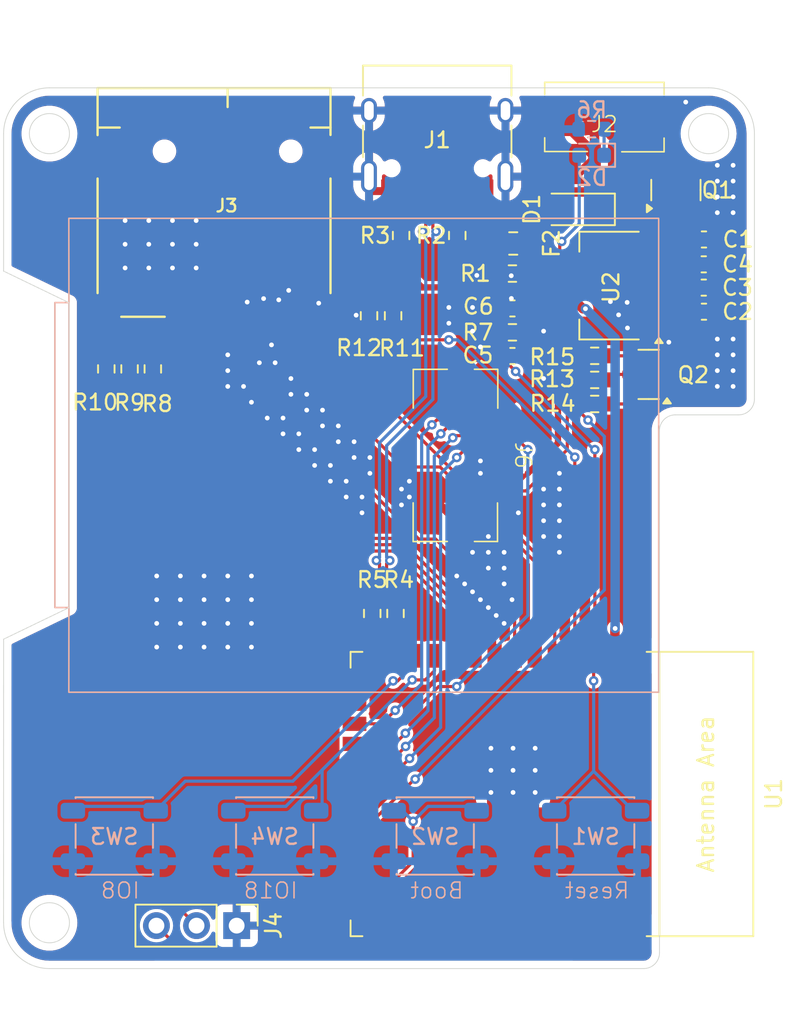
<source format=kicad_pcb>
(kicad_pcb (version 20240108) (generator "pcbnew") (generator_version "8.0")
  (layers (0 "F.Cu" signal) (31 "B.Cu" signal) (34 "B.Paste" user) (35 "F.Paste" user) (36 "B.SilkS" user "B.Silkscreen") (37 "F.SilkS" user "F.Silkscreen") (38 "B.Mask" user) (39 "F.Mask" user) (44 "Edge.Cuts" user))
  (net 0 "")
  (net 1 "/VCC_5V")
  (net 2 "Net-(D1-A)")
  (net 3 "/VBAT")
  (net 4 "GND")
  (net 5 "Net-(D2-K)")
  (net 6 "/CHIP_UP")
  (net 7 "/3V3")
  (net 8 "/VBUS")
  (net 9 "/SDHOST_DAT2")
  (net 11 "/SDHOST_DAT1")
  (net 12 "/GPIO45_S")
  (net 13 "/SDHOST_CLK")
  (net 14 "/GPIO48")
  (net 15 "/USB_P")
  (net 16 "/SDHOST_CMD")
  (net 17 "Net-(J1-CC2)")
  (net 18 "/USB_N")
  (net 19 "/SDHOST_DAT3")
  (net 20 "/SDHOST_DAT0")
  (net 21 "/GPIO2")
  (net 22 "Net-(J1-CC1)")
  (net 23 "/ESP32S3_USB_N")
  (net 24 "/ESP32S3_USB_P")
  (net 26 "/RXD0")
  (net 27 "/GPIO8")
  (net 28 "/GPIO47")
  (net 29 "/GPIO21")
  (net 30 "/LCD_DC")
  (net 31 "/BOOT")
  (net 33 "/GPIO1")
  (net 34 "/TXD0")
  (net 35 "/GPIO18")
  (net 36 "/GPIO3_S")
  (net 37 "/LCD_SDA")
  (net 38 "/LCD_BLK")
  (net 39 "/LCD_CS")
  (net 40 "/LCD_RST")
  (net 41 "/LCD_SCL")
  (net 42 "/GPIO41")
  (net 43 "/GPIO42")
  (net 44 "/GPIO40")
  (net 45 "/GPIO39")
  (net 46 "/GPIO38")
  (net 47 "/SDHOST_CDET")
  (net 48 "Net-(Q2-B)")
  (net 49 "Net-(Q2-C)")
  (net 50 "/LCD_LEDK")
  (net 51 "/GPIO46_S")
  (footprint "user_created:1x2 pin gap 1.25mm SMD socket" (layer "F.Cu") (at 154.35 68.4 180)
    (property "Reference" "J2")
    (property "Value" "Conn_01x02")
  )
  (footprint "Resistor_SMD:R_0603_1608Metric" (layer "F.Cu") (at 139.446 81.026 90)
    (property "Reference" "R12")
    (property "Value" "10K")
  )
  (footprint "Capacitor_SMD:C_0603_1608Metric" (layer "F.Cu") (at 160.642 77.7708)
    (property "Reference" "C4")
    (property "Value" "0.1uF")
  )
  (footprint "Resistor_SMD:R_0603_1608Metric" (layer "F.Cu") (at 148.527 82.0757 180)
    (property "Reference" "R7")
    (property "Value" "10K")
  )
  (footprint "Capacitor_SMD:C_0603_1608Metric" (layer "F.Cu") (at 160.655 80.768)
    (property "Reference" "C2")
    (property "Value" "0.1uF")
  )
  (footprint "Capacitor_SMD:C_0603_1608Metric" (layer "F.Cu") (at 148.527 80.561395)
    (property "Reference" "C6")
    (property "Value" "0.1uF")
  )
  (footprint "Capacitor_SMD:C_0603_1608Metric" (layer "F.Cu") (at 148.527 83.5743)
    (property "Reference" "C5")
    (property "Value" "1uF")
  )
  (footprint "Resistor_SMD:R_0603_1608Metric" (layer "F.Cu") (at 124.2822 84.391 90)
    (property "Reference" "R9")
    (property "Value" "10K")
  )
  (footprint "Diode_SMD:D_SOD-123" (layer "F.Cu") (at 152.654 74.291 180)
    (property "Reference" "D1")
    (property "Value" "2.5A/30V")
  )
  (footprint "Resistor_SMD:R_0603_1608Metric" (layer "F.Cu") (at 145.034 75.946 -90)
    (property "Reference" "R2")
    (property "Value" "5.1K")
  )
  (footprint "Resistor_SMD:R_0603_1608Metric" (layer "F.Cu") (at 148.527 78.355 180)
    (property "Reference" "R1")
    (property "Value" "10K")
  )
  (footprint "imported-footprint:new-micro-sd-socket-taobao-9-pin" (layer "F.Cu") (at 130.507032 74.090145)
    (property "Reference" "J3")
    (property "Value" "Micro_SD_Card" (hide yes))
  )
  (footprint "PCM_Espressif:ESP32-S3-WROOM-1" (layer "F.Cu") (at 148.0262 111.3028 -90)
    (property "Reference" "U1")
    (property "Value" "ESP32-S3-WROOM-1")
  )
  (footprint "Resistor_SMD:R_0603_1608Metric" (layer "F.Cu") (at 153.734 86.61)
    (property "Reference" "R14")
    (property "Value" "1K")
  )
  (footprint "Connector_USB:USB_C_Receptacle_HRO_TYPE-C-31-M-12" (layer "F.Cu") (at 143.764 69.088 180)
    (property "Reference" "J1")
    (property "Value" "USB_C_Receptacle_USB2.0_14P")
  )
  (footprint "Package_TO_SOT_SMD:SOT-23" (layer "F.Cu") (at 157.155053 84.739084 180)
    (property "Reference" "Q2")
    (property "Value" "SS8050")
  )
  (footprint "Resistor_SMD:R_0603_1608Metric" (layer "F.Cu") (at 153.734 83.562)
    (property "Reference" "R15")
    (property "Value" "10K")
  )
  (footprint "Package_TO_SOT_SMD:SOT-23" (layer "F.Cu") (at 158.877 73.0695 90)
    (property "Reference" "Q1")
    (property "Value" "CJ3401")
  )
  (footprint "Connector_PinHeader_2.54mm:PinHeader_1x03_P2.54mm_Vertical" (layer "F.Cu") (at 131.064 119.634 -90)
    (property "Reference" "J4")
    (property "Value" "Conn_01x03_Pin")
  )
  (footprint "Resistor_SMD:R_0603_1608Metric" (layer "F.Cu") (at 153.734 85.086 180)
    (property "Reference" "R13")
    (property "Value" "10R")
  )
  (footprint "Fuse:Fuse_0805_2012Metric" (layer "F.Cu") (at 148.577 76.45)
    (property "Reference" "F2")
    (property "Value" "Fuse_Small")
  )
  (footprint "Capacitor_SMD:C_0603_1608Metric" (layer "F.Cu") (at 160.655 76.196)
    (property "Reference" "C1")
    (property "Value" "10uF")
  )
  (footprint "user_created:JST AFC01-S12FCC-00 1x2 P0.5mm back-flip bottom-side" (layer "F.Cu") (at 146.601 89.8652 -90)
    (property "Reference" "J6")
    (property "Value" "~")
  )
  (footprint "Resistor_SMD:R_0603_1608Metric" (layer "F.Cu") (at 141.478 75.946 -90)
    (property "Reference" "R3")
    (property "Value" "5.1K")
  )
  (footprint "Resistor_SMD:R_0603_1608Metric" (layer "F.Cu") (at 141.1224 99.8728 -90)
    (property "Reference" "R4")
    (property "Value" "22R")
  )
  (footprint "Capacitor_SMD:C_0603_1608Metric" (layer "F.Cu") (at 160.642 79.244)
    (property "Reference" "C3")
    (property "Value" "10uF")
  )
  (footprint "Resistor_SMD:R_0603_1608Metric" (layer "F.Cu") (at 125.7554 84.391 90)
    (property "Reference" "R8")
    (property "Value" "10K")
  )
  (footprint "Resistor_SMD:R_0603_1608Metric" (layer "F.Cu") (at 140.97 81.026 90)
    (property "Reference" "R11")
    (property "Value" "10K")
  )
  (footprint "Resistor_SMD:R_0603_1608Metric" (layer "F.Cu") (at 122.809 84.391 90)
    (property "Reference" "R10")
    (property "Value" "10K")
  )
  (footprint "Resistor_SMD:R_0603_1608Metric" (layer "F.Cu") (at 139.6492 99.8728 -90)
    (property "Reference" "R5")
    (property "Value" "22R")
  )
  (footprint "Package_TO_SOT_SMD:SOT-223-3_TabPin2" (layer "F.Cu") (at 154.673 79.117 180)
    (property "Reference" "U2")
    (property "Value" "AMS1117-3.3")
  )
  (footprint "LED_SMD:LED_0603_1608Metric" (layer "B.Cu") (at 153.543 70.866 180)
    (property "Reference" "D2")
    (property "Value" "LED_Small")
  )
  (footprint "Button_Switch_SMD:SW_SPST_PTS647_Sx38" (layer "B.Cu") (at 123.315618 113.958442)
    (property "Reference" "SW3")
    (property "Value" "SW_Push")
  )
  (footprint "Button_Switch_SMD:SW_SPST_PTS647_Sx38" (layer "B.Cu") (at 133.475618 113.958442)
    (property "Reference" "SW4")
    (property "Value" "SW_Push")
  )
  (footprint "Button_Switch_SMD:SW_SPST_PTS647_Sx38" (layer "B.Cu") (at 153.795618 113.958442)
    (property "Reference" "SW1")
    (property "Value" "SW_Push")
  )
  (footprint "Button_Switch_SMD:SW_SPST_PTS647_Sx38" (layer "B.Cu") (at 143.635618 113.958442)
    (property "Reference" "SW2")
    (property "Value" "SW_Push")
  )
  (footprint "Resistor_SMD:R_0603_1608Metric" (layer "B.Cu") (at 153.543 69.215 180)
    (property "Reference" "R6")
    (property "Value" "10K")
  )
  (gr_line (start 120.4422 80.1924) (end 120.4422 99.4964) (stroke (width 0.1)) (layer "B.SilkS"))
  (gr_poly (pts (xy 120.4362 74.8584) (xy 157.7862 74.8584) (xy 157.7862 104.8584) (xy 120.4362 104.8584) (xy 120.4422 99.4964) (xy 119.5532 99.4964) (xy 119.5532 80.1924) (xy 120.4422 80.1924)) (stroke (width 0.1)) (fill none) (layer "B.SilkS"))
  (gr_arc (start 157.8389 121.3518) (mid 157.546007 122.058907) (end 156.8389 122.3518) (stroke (width 0.05)) (layer "Edge.Cuts"))
  (gr_arc (start 160.9494 66.5966) (mid 163.00001 67.44599) (end 163.8494 69.4966) (stroke (width 0.05)) (layer "Edge.Cuts"))
  (gr_arc (start 157.8389 88.2998) (mid 158.131793 87.592693) (end 158.8389 87.2998) (stroke (width 0.05)) (layer "Edge.Cuts"))
  (gr_arc (start 119.2066 122.3518) (mid 117.15599 121.50241) (end 116.3066 119.4518) (stroke (width 0.05)) (layer "Edge.Cuts"))
  (gr_line (start 157.8389 88.2998) (end 157.8389 121.3518) (stroke (width 0.05)) (layer "Edge.Cuts"))
  (gr_line (start 156.8389 122.3518) (end 119.2066 122.3518) (stroke (width 0.05)) (layer "Edge.Cuts"))
  (gr_circle (center 160.9494 69.4966) (end 162.2194 69.4966) (stroke (width 0.05)) (fill none) (layer "Edge.Cuts"))
  (gr_line (start 163.8494 86.2998) (end 163.8494 69.4966) (stroke (width 0.05)) (layer "Edge.Cuts"))
  (gr_line (start 116.3066 78.2) (end 116.3066 69.4966) (stroke (width 0.05)) (layer "Edge.Cuts"))
  (gr_line (start 162.8494 87.2998) (end 158.8389 87.2998) (stroke (width 0.05)) (layer "Edge.Cuts"))
  (gr_circle (center 119.2066 69.4966) (end 120.4766 69.4966) (stroke (width 0.05)) (fill none) (layer "Edge.Cuts"))
  (gr_line (start 120.45 80.2) (end 120.45 99.5) (stroke (width 0.05)) (layer "Edge.Cuts"))
  (gr_line (start 120.45 80.2) (end 116.3066 78.2) (stroke (width 0.05)) (layer "Edge.Cuts"))
  (gr_line (start 120.45 99.5) (end 116.3066 101.5) (stroke (width 0.05)) (layer "Edge.Cuts"))
  (gr_line (start 160.9494 66.5966) (end 119.2066 66.5966) (stroke (width 0.05)) (layer "Edge.Cuts"))
  (gr_arc (start 116.3066 69.4966) (mid 117.15599 67.44599) (end 119.2066 66.5966) (stroke (width 0.05)) (layer "Edge.Cuts"))
  (gr_arc (start 163.8494 86.2998) (mid 163.556507 87.006907) (end 162.8494 87.2998) (stroke (width 0.05)) (layer "Edge.Cuts"))
  (gr_circle (center 119.2066 119.4518) (end 120.4766 119.4518) (stroke (width 0.05)) (fill none) (layer "Edge.Cuts"))
  (gr_line (start 116.3066 101.5) (end 116.303129 119.4518) (stroke (width 0.05)) (layer "Edge.Cuts"))
  (gr_text "IO8" (at 125 118 0) (layer "B.SilkS") (effects (font (size 1 1) (thickness 0.1)) (justify left bottom mirror)))
  (gr_text "Reset\n" (at 156 118 0) (layer "B.SilkS") (effects (font (size 1 1) (thickness 0.1)) (justify left bottom mirror)))
  (gr_text "Boot" (at 145.5 118 0) (layer "B.SilkS") (effects (font (size 1 1) (thickness 0.1)) (justify left bottom mirror)))
  (gr_text "IO18" (at 135 118 0) (layer "B.SilkS") (effects (font (size 1 1) (thickness 0.1)) (justify left bottom mirror)))
  (segment (start 158.877 74.77) (end 158.877 75.193) (width 0.6) (layer "F.Cu") (net 1))
  (segment (start 154.304 74.291) (end 155.297 74.291) (width 0.6) (layer "F.Cu") (net 1))
  (segment (start 158.877 75.193) (end 159.88 76.196) (width 0.6) (layer "F.Cu") (net 1))
  (segment (start 158.877 74.77) (end 158.877 75.763) (width 0.6) (layer "F.Cu") (net 1))
  (segment (start 158.877 75.763) (end 157.823 76.817) (width 0.6) (layer "F.Cu") (net 1))
  (segment (start 155.297 74.291) (end 157.823 76.817) (width 0.6) (layer "F.Cu") (net 1))
  (segment (start 158.877 72.132) (end 158.877 74.77) (width 0.6) (layer "F.Cu") (net 1))
  (segment (start 149.5145 76.45) (end 149.5145 78.1925) (width 0.2) (layer "F.Cu") (net 2))
  (segment (start 152.104 73.191) (end 151.004 74.291) (width 0.6) (layer "F.Cu") (net 2))
  (segment (start 149.5145 77.9425) (end 149.352 78.105) (width 0.2) (layer "F.Cu") (net 2))
  (segment (start 151.004 74.9605) (end 149.5145 76.45) (width 0.6) (layer "F.Cu") (net 2))
  (segment (start 157.927 74.007) (end 157.111 73.191) (width 0.6) (layer "F.Cu") (net 2))
  (segment (start 157.897 73.787) (end 157.927 73.757) (width 0.6) (layer "F.Cu") (net 2))
  (segment (start 151.004 74.291) (end 151.004 74.9605) (width 0.6) (layer "F.Cu") (net 2))
  (segment (start 157.111 73.191) (end 152.104 73.191) (width 0.6) (layer "F.Cu") (net 2))
  (segment (start 159.827 74.007) (end 159.827 71.310261) (width 0.6) (layer "F.Cu") (net 3))
  (segment (start 159.827 71.310261) (end 159.136739 70.62) (width 0.6) (layer "F.Cu") (net 3))
  (segment (start 159.136739 70.62) (end 154.975 70.62) (width 0.6) (layer "F.Cu") (net 3))
  (segment (start 138.63 80.99) (end 138.252 80.612) (width 0.2) (layer "F.Cu") (net 4))
  (segment (start 146.385 78.355) (end 146.27 78.47) (width 0.2) (layer "F.Cu") (net 4))
  (segment (start 136.91 80.23) (end 137.292 80.612) (width 0.2) (layer "F.Cu") (net 4))
  (segment (start 138.252 80.612) (end 137.292 80.612) (width 0.2) (layer "F.Cu") (net 4))
  (segment (start 148.9 93.5) (end 148.8258 93.5) (width 0.2) (layer "F.Cu") (net 4))
  (segment (start 156.193 81.417) (end 157.823 81.417) (width 0.2) (layer "F.Cu") (net 4))
  (segment (start 158.43 83.451637) (end 158.092553 83.789084) (width 0.2) (layer "F.Cu") (net 4))
  (segment (start 151.345 68.4) (end 157.355 68.4) (width 0.6) (layer "F.Cu") (net 4))
  (segment (start 153.725 70.78) (end 151.345 68.4) (width 0.6) (layer "F.Cu") (net 4))
  (segment (start 132.792 81.612) (end 132.792 79.962) (width 0.2) (layer "F.Cu") (net 4))
  (segment (start 158.6 68.4) (end 159.5 67.5) (width 0.6) (layer "F.Cu") (net 4))
  (segment (start 158.43 82.7) (end 158.43 83.451637) (width 0.2) (layer "F.Cu") (net 4))
  (segment (start 148.8258 93.5) (end 147.941 92.6152) (width 0.2) (layer "F.Cu") (net 4))
  (segment (start 153.725 69.49) (end 154.815 68.4) (width 0.6) (layer "F.Cu") (net 4))
  (segment (start 146.5 92) (end 146.5 91) (width 0.2) (layer "F.Cu") (net 4))
  (segment (start 148.315164 78.355) (end 148.452 78.491836) (width 0.2) (layer "F.Cu") (net 4))
  (segment (start 155.81 81.8) (end 156.193 81.417) (width 0.2) (layer "F.Cu") (net 4))
  (segment (start 147.702 78.355) (end 148.315164 78.355) (width 0.2) (layer "F.Cu") (net 4))
  (segment (start 146.6 90.1152) (end 147.941 90.1152) (width 0.2) (layer "F.Cu") (net 4))
  (segment (start 132.792 79.962) (end 132.77 79.94) (width 0.2) (layer "F.Cu") (net 4))
  (segment (start 147.1152 92.6152) (end 146.5 92) (width 0.2) (layer "F.Cu") (net 4))
  (segment (start 154.815 68.4) (end 157.355 68.4) (width 0.6) (layer "F.Cu") (net 4))
  (segment (start 147.752 80.561395) (end 147.828496 80.561395) (width 0.2) (layer "F.Cu") (net 4))
  (segment (start 147.828496 80.561395) (end 148.459891 79.93) (width 0.2) (layer "F.Cu") (net 4))
  (segment (start 132.792 81.612) (end 132.792 82.392) (width 0.2) (layer "F.Cu") (net 4))
  (segment (start 146.8848 90.6152) (end 146.5 91) (width 0.2) (layer "F.Cu") (net 4))
  (segment (start 153.725 71.02) (end 153.725 69.49) (width 0.6) (layer "F.Cu") (net 4))
  (segment (start 157.823 81.417) (end 157.823 82.093) (width 0.2) (layer "F.Cu") (net 4))
  (segment (start 157.355 68.4) (end 158.6 68.4) (width 0.6) (layer "F.Cu") (net 4))
  (segment (start 147.702 78.355) (end 146.385 78.355) (width 0.2) (layer "F.Cu") (net 4))
  (segment (start 147.941 90.6152) (end 146.8848 90.6152) (width 0.2) (layer "F.Cu") (net 4))
  (segment (start 136.26 80.23) (end 136.91 80.23) (width 0.2) (layer "F.Cu") (net 4))
  (segment (start 157.823 82.093) (end 158.43 82.7) (width 0.2) (layer "F.Cu") (net 4))
  (segment (start 147.941 92.6152) (end 147.1152 92.6152) (width 0.2) (layer "F.Cu") (net 4))
  (segment (start 153.725 71.02) (end 153.725 70.78) (width 0.6) (layer "F.Cu") (net 4))
  (segment (start 132.792 82.392) (end 133.27 82.87) (width 0.2) (layer "F.Cu") (net 4))
  (segment (start 146.5 90.2152) (end 146.6 90.1152) (width 0.2) (layer "F.Cu") (net 4))
  (via (at 137.5 89) (size 0.6) (drill 0.3) (layers "F.Cu" "B.Cu") (net 4))
  (via (at 126 97.5) (size 0.6) (drill 0.3) (layers "F.Cu" "B.Cu") (net 4))
  (via (at 132 86.5) (size 0.6) (drill 0.3) (layers "F.Cu" "B.Cu") (net 4))
  (via (at 147 97) (size 0.6) (drill 0.3) (layers "F.Cu" "B.Cu") (net 4))
  (via (at 126 99) (size 0.6) (drill 0.3) (layers "F.Cu" "B.Cu") (net 4))
  (via (at 136.26 80.23) (size 0.6) (drill 0.3) (layers "F.Cu" "B.Cu") (net 4))
  (via (at 148.9 93.5) (size 0.6) (drill 0.3) (layers "F.Cu" "B.Cu") (net 4))
  (via (at 134 88.5) (size 0.6) (drill 0.3) (layers "F.Cu" "B.Cu") (net 4))
  (via (at 148.5662 108.4028) (size 0.6) (drill 0.3) (layers "F.Cu" "B.Cu") (net 4))
  (via (at 162.5 73.5) (size 0.6) (drill 0.3) (layers "F.Cu" "B.Cu") (net 4))
  (via (at 132 97.5) (size 0.6) (drill 0.3) (layers "F.Cu" "B.Cu") (net 4))
  (via (at 126 100.5) (size 0.6) (drill 0.3) (layers "F.Cu" "B.Cu") (net 4))
  (via (at 150.5 82) (size 0.6) (drill 0.3) (layers "F.Cu" "B.Cu") (net 4))
  (via (at 147.1662 109.8028) (size 0.6) (drill 0.3) (layers "F.Cu" "B.Cu") (net 4))
  (via (at 135 88.5) (size 0.6) (drill 0.3) (layers "F.Cu" "B.Cu") (net 4))
  (via (at 161.5 84.5) (size 0.6) (drill 0.3) (layers "F.Cu" "B.Cu") (net 4))
  (via (at 137 90.5) (size 0.6) (drill 0.3) (layers "F.Cu" "B.Cu") (net 4))
  (via (at 148.5 99) (size 0.6) (drill 0.3) (layers "F.Cu" "B.Cu") (net 4))
  (via (at 128.5 75) (size 0.6) (drill 0.3) (layers "F.Cu" "B.Cu") (net 4))
  (via (at 159.5 67.5) (size 0.6) (drill 0.3) (layers "F.Cu" "B.Cu") (net 4))
  (via (at 135.5 86) (size 0.6) (drill 0.3) (layers "F.Cu" "B.Cu") (net 4))
  (via (at 138.5 90) (size 0.6) (drill 0.3) (layers "F.Cu" "B.Cu") (net 4))
  (via (at 147 95) (size 0.6) (drill 0.3) (layers "F.Cu" "B.Cu") (net 4))
  (via (at 158.43 82.7) (size 0.6) (drill 0.3) (layers "F.Cu" "B.Cu") (net 4))
  (via (at 161.5 71.5) (size 0.6) (drill 0.3) (layers "F.Cu" "B.Cu") (net 4))
  (via (at 130.5 83.5) (size 0.6) (drill 0.3) (layers "F.Cu" "B.Cu") (net 4))
  (via (at 148 98) (size 0.6) (drill 0.3) (layers "F.Cu" "B.Cu") (net 4))
  (via (at 147 96) (size 0.6) (drill 0.3) (layers "F.Cu" "B.Cu") (net 4))
  (via (at 133.73 80.02) (size 0.6) (drill 0.3) (layers "F.Cu" "B.Cu") (net 4))
  (via (at 124 75) (size 0.6) (drill 0.3) (layers "F.Cu" "B.Cu") (net 4))
  (via (at 147.5 100) (size 0.6) (drill 0.3) (layers "F.Cu" "B.Cu") (net 4))
  (via (at 138.63 80.99) (size 0.6) (drill 0.3) (layers "F.Cu" "B.Cu") (net 4))
  (via (at 145 97.5) (size 0.6) (drill 0.3) (layers "F.Cu" "B.Cu") (net 4))
  (via (at 161.5 72.5) (size 0.6) (drill 0.3) (layers "F.Cu" "B.Cu") (net 4))
  (via (at 130.5 102) (size 0.6) (drill 0.3) (layers "F.Cu" "B.Cu") (net 4))
  (via (at 146.5 91) (size 0.6) (drill 0.3) (layers "F.Cu" "B.Cu") (net 4))
  (via (at 136.5 87) (size 0.6) (drill 0.3) (layers "F.Cu" "B.Cu") (net 4))
  (via (at 150.5 95) (size 0.6) (drill 0.3) (layers "F.Cu" "B.Cu") (net 4))
  (via (at 161.5 73.5) (size 0.6) (drill 0.3) (layers "F.Cu" "B.Cu") (net 4))
  (via (at 138.5 89) (size 0.6) (drill 0.3) (layers "F.Cu" "B.Cu") (net 4))
  (via (at 161.5 85.5) (size 0.6) (drill 0.3) (layers "F.Cu" "B.Cu") (net 4))
  (via (at 141.5 92) (size 0.6) (drill 0.3) (layers "F.Cu" "B.Cu") (net 4))
  (via (at 147.1662 108.4028) (size 0.6) (drill 0.3) (layers "F.Cu" "B.Cu") (net 4))
  (via (at 139.5 91) (size 0.6) (drill 0.3) (layers "F.Cu" "B.Cu") (net 4))
  (via (at 146 96) (size 0.6) (drill 0.3) (layers "F.Cu" "B.Cu") (net 4))
  (via (at 125.5 75) (size 0.6) (drill 0.3) (layers "F.Cu" "B.Cu") (net 4))
  (via (at 162.5 72.5) (size 0.6) (drill 0.3) (layers "F.Cu" "B.Cu") (net 4))
  (via (at 124 76.5) (size 0.6) (drill 0.3) (layers "F.Cu" "B.Cu") (net 4))
  (via (at 134 87.5) (size 0.6) (drill 0.3) (layers "F.Cu" "B.Cu") (net 4))
  (via (at 134.5 86) (size 0.6) (drill 0.3) (layers "F.Cu" "B.Cu") (net 4))
  (via (at 129 97.5) (size 0.6) (drill 0.3) (layers "F.Cu" "B.Cu") (net 4))
  (via (at 133.5 84) (size 0.6) (drill 0.3) (layers "F.Cu" "B.Cu") (net 4))
  (via (at 130.5 85.5) (size 0.6) (drill 0.3) (layers "F.Cu" "B.Cu") (net 4))
  (via (at 131.5 85.5) (size 0.6) (drill 0.3) (layers "F.Cu" "B.Cu") (net 4))
  (via (at 125.5 78) (size 0.6) (drill 0.3) (layers "F.Cu" "B.Cu") (net 4))
  (via (at 129 99) (size 0.6) (drill 0.3) (layers "F.Cu" "B.Cu") (net 4))
  (via (at 142 92.5) (size 0.6) (drill 0.3) (layers "F.Cu" "B.Cu") (net 4))
  (via (at 148.5662 109.8028) (size 0.6) (drill 0.3) (layers "F.Cu" "B.Cu") (net 4))
  (via (at 162.5 85.5) (size 0.6) (drill 0.3) (layers "F.Cu" "B.Cu") (net 4))
  (via (at 149.9662 108.4028) (size 0.6) (drill 0.3) (layers "F.Cu" "B.Cu") (net 4))
  (via (at 138 92.5) (size 0.6) (drill 0.3) (layers "F.Cu" "B.Cu") (net 4))
  (via (at 150.5 94) (size 0.6) (drill 0.3) (layers "F.Cu" "B.Cu") (net 4))
  (via (at 161.5 83.5) (size 0.6) (drill 0.3) (layers "F.Cu" "B.Cu") (net 4))
  (via (at 127.5 102) (size 0.6) (drill 0.3) (layers "F.Cu" "B.Cu") (net 4))
  (via (at 127.5 97.5) (size 0.6) (drill 0.3) (layers "F.Cu" "B.Cu") (net 4))
  (via (at 137.5 88) (size 0.6) (drill 0.3) (layers "F.Cu" "B.Cu") (net 4))
  (via (at 146 98.5) (size 0.6) (drill 0.3) (layers "F.Cu" "B.Cu") (net 4))
  (via (at 150.5 93) (size 0.6) (drill 0.3) (layers "F.Cu" "B.Cu") (net 4))
  (via (at 144.5 81.5) (size 0.6) (drill 0.3) (layers "F.Cu" "B.Cu") (net 4))
  (via (at 149.9662 111.2028) (size 0.6) (drill 0.3) (layers "F.Cu" "B.Cu") (net 4))
  (via (at 124 78) (size 0.6) (drill 0.3) (layers "F.Cu" "B.Cu") (net 4))
  (via (at 131.73 80.16) (size 0.6) (drill 0.3) (layers "F.Cu" "B.Cu") (net 4))
  (via (at 151.5 93) (size 0.6) (drill 0.3) (layers "F.Cu" "B.Cu") (net 4))
  (via (at 133 87.5) (size 0.6) (drill 0.3) (layers "F.Cu" "B.Cu") (net 4))
  (via (at 129 100.5) (size 0.6) (drill 0.3) (layers "F.Cu" "B.Cu") (net 4))
  (via (at 130.5 100.5) (size 0.6) (drill 0.3) (layers "F.Cu" "B.Cu") (net 4))
  (via (at 162.5 84.5) (size 0.6) (drill 0.3) (layers "F.Cu" "B.Cu") (net 4))
  (via (at 130.5 84.5) (size 0.6) (drill 0.3) (layers "F.Cu" "B.Cu") (net 4))
  (via (at 149.9662 109.8028) (size 0.6) (drill 0.3) (layers "F.Cu" "B.Cu") (net 4))
  (via (at 139 92.5) (size 0.6) (drill 0.3) (layers "F.Cu" "B.Cu") (net 4))
  (via (at 146.5 99) (size 0.6) (drill 0.3) (layers "F.Cu" "B.Cu") (net 4))
  (via (at 155.79 80.18) (size 0.6) (drill 0.3) (layers "F.Cu" "B.Cu") (net 4))
  (via (at 148 97) (size 0.6) (drill 0.3) (layers "F.Cu" "B.Cu") (net 4))
  (via (at 136.5 88) (size 0.6) (drill 0.3) (layers "F.Cu" "B.Cu") (net 4))
  (via (at 151.5 95) (size 0.6) (drill 0.3) (layers "F.Cu" "B.Cu") (net 4))
  (via (at 127.5 99) (size 0.6) (drill 0.3) (layers "F.Cu" "B.Cu") (net 4))
  (via (at 125.5 76.5) (size 0.6) (drill 0.3) (layers "F.Cu" "B.Cu") (net 4))
  (via (at 145.5 98) (size 0.6) (drill 0.3) (layers "F.Cu" "B.Cu") (net 4))
  (via (at 151.5 96) (size 0.6) (drill 0.3) (layers "F.Cu" "B.Cu") (net 4))
  (via (at 148.459891 79.93) (size 0.6) (drill 0.3) (layers "F.Cu" "B.Cu") (net 4))
  (via (at 142 91.5) (size 0.6) (drill 0.3) (layers "F.Cu" "B.Cu") (net 4))
  (via (at 151.5 94) (size 0.6) (drill 0.3) (layers "F.Cu" "B.Cu") (net 4))
  (via (at 128.5 78) (size 0.6) (drill 0.3) (layers "F.Cu" "B.Cu") (net 4))
  (via (at 127.5 100.5) (size 0.6) (drill 0.3) (layers "F.Cu" "B.Cu") (net 4))
  (via (at 155.81 81.8) (size 0.6) (drill 0.3) (layers "F.Cu" "B.Cu") (net 4))
  (via (at 137 91.5) (size 0.6) (drill 0.3) (layers "F.Cu" "B.Cu") (net 4))
  (via (at 161.5 74.5) (size 0.6) (drill 0.3) (layers "F.Cu" "B.Cu") (net 4))
  (via (at 128.5 76.5) (size 0.6) (drill 0.3) (layers "F.Cu" "B.Cu") (net 4))
  (via (at 134.5 85) (size 0.6) (drill 0.3) (layers "F.Cu" "B.Cu") (net 4))
  (via (at 134.36 79.42) (size 0.6) (drill 0.3) (layers "F.Cu" "B.Cu") (net 4))
  (via (at 148 100.5) (size 0.6) (drill 0.3) (layers "F.Cu" "B.Cu") (net 4))
  (via (at 154.73 80.13) (size 0.6) (drill 0.3) (layers "F.Cu" "B.Cu") (net 4))
  (via (at 132.5 84) (size 0.6) (drill 0.3) (layers "F.Cu" "B.Cu") (net 4))
  (via (at 130.5 97.5) (size 0.6) (drill 0.3) (layers "F.Cu" "B.Cu") (net 4))
  (via (at 139.5 90) (size 0.6) (drill 0.3) (layers "F.Cu" "B.Cu") (net 4))
  (via (at 146.27 78.47) (size 0.6) (drill 0.3) (layers "F.Cu" "B.Cu") (net 4))
  (via (at 127 76.5) (size 0.6) (drill 0.3) (layers "F.Cu" "B.Cu") (net 4))
  (via (at 146.5 90.2152) (size 0.6) (drill 0.3) (layers "F.Cu" "B.Cu") (net 4))
  (via (at 127 75) (size 0.6) (drill 0.3) (layers "F.Cu" "B.Cu") (net 4))
  (via (at 126 102) (size 0.6) (drill 0.3) (layers "F.Cu" "B.Cu") (net 4))
  (via (at 150.5 85) (size 0.6) (drill 0.3) (layers "F.Cu" "B.Cu") (net 4))
  (via (at 139 93.5) (size 0.6) (drill 0.3) (layers "F.Cu" "B.Cu") (net 4))
  (via (at 133.27 82.87) (size 0.6) (drill 0.3) (layers "F.Cu" "B.Cu") (net 4))
  (via (at 162.5 71.5) (size 0.6) (drill 0.3) (layers "F.Cu" "B.Cu") (net 4))
  (via (at 151.5 92) (size 0.6) (drill 0.3) (layers "F.Cu" "B.Cu") (net 4))
  (via (at 155.25 80.97) (size 0.6) (drill 0.3) (layers "F.Cu" "B.Cu") (net 4))
  (via (at 136 90.5) (size 0.6) (drill 0.3) (layers "F.Cu" "B.Cu") (net 4))
  (via (at 162.5 74.5) (size 0.6) (drill 0.3) (layers "F.Cu" "B.Cu") (net 4))
  (via (at 132 99) (size 0.6) (drill 0.3) (layers "F.Cu" "B.Cu") (net 4))
  (via (at 146 82) (size 0.6) (drill 0.3) (layers "F.Cu" "B.Cu") (net 4))
  (via (at 148 96) (size 0.6) (drill 0.3) (layers "F.Cu" "B.Cu") (net 4))
  (via (at 144.5 80.5) (size 0.6) (drill 0.3) (layers "F.Cu" "B.Cu") (net 4))
  (via (at 130.5 99) (size 0.6) (drill 0.3) (layers "F.Cu" "B.Cu") (net 4))
  (via (at 162.5 83.5) (size 0.6) (drill 0.3) (layers "F.Cu" "B.Cu") (net 4))
  (via (at 150.5 92) (size 0.6) (drill 0.3) (layers "F.Cu" "B.Cu") (net 4))
  (via (at 146 80.5) (size 0.6) (drill 0.3) (layers "F.Cu" "B.Cu") (net 4))
  (via (at 138 91.5) (size 0.6) (drill 0.3) (layers "F.Cu" "B.Cu") (net 4))
  (via (at 151.5 91) (size 0.6) (drill 0.3) (layers "F.Cu" "B.Cu") (net 4))
  (via (at 162.5 82.5) (size 0.6) (drill 0.3) (layers "F.Cu" "B.Cu") (net 4))
  (via (at 132 100.5) (size 0.6) (drill 0.3) (layers "F.Cu" "B.Cu") (net 4))
  (via (at 129 102) (size 0.6) (drill 0.3) (layers "F.Cu" "B.Cu") (net 4))
  (via (at 136 89.5) (size 0.6) (drill 0.3) (layers "F.Cu" "B.Cu") (net 4))
  (via (at 147 99.5) (size 0.6) (drill 0.3) (layers "F.Cu" "B.Cu") (net 4))
  (via (at 135 89.5) (size 0.6) (drill 0.3) (layers "F.Cu" "B.Cu") (net 4))
  (via (at 135.5 87) (size 0.6) (drill 0.3) (layers "F.Cu" "B.Cu") (net 4))
  (via (at 132.77 79.94) (size 0.6) (drill 0.3) (layers "F.Cu" "B.Cu") (net 4))
  (via (at 161.5 82.5) (size 0.6) (drill 0.3) (layers "F.Cu" "B.Cu") (net 4))
  (via (at 141.5 93) (size 0.6) (drill 0.3) (layers "F.Cu" "B.Cu") (net 4))
  (via (at 148.5662 111.2028) (size 0.6) (drill 0.3) (layers "F.Cu" "B.Cu") (net 4))
  (via (at 148.452 78.491836) (size 0.6) (drill 0.3) (layers "F.Cu" "B.Cu") (net 4))
  (via (at 132 102) (size 0.6) (drill 0.3) (layers "F.Cu" "B.Cu") (net 4))
  (via (at 146.5 83) (size 0.6) (drill 0.3) (layers "F.Cu" "B.Cu") (net 4))
  (via (at 127 78) (size 0.6) (drill 0.3) (layers "F.Cu" "B.Cu") (net 4))
  (via (at 147.1662 111.2028) (size 0.6) (drill 0.3) (layers "F.Cu" "B.Cu") (net 4))
  (segment (start 154.3305 69.2525) (end 154.368 69.215) (width 0.2) (layer "B.Cu") (net 5))
  (segment (start 154.3305 70.866) (end 154.3305 69.2525) (width 0.2) (layer "B.Cu") (net 5))
  (segment (start 147.702 82.0757) (end 147.702 83.5243) (width 0.2) (layer "F.Cu") (net 6))
  (segment (start 147.7543 83.5743) (end 148.73 84.55) (width 0.2) (layer "F.Cu") (net 6))
  (segment (start 147.752 83.5743) (end 147.7543 83.5743) (width 0.2) (layer "F.Cu") (net 6))
  (segment (start 147.702 83.2743) (end 147.752 83.3243) (width 0.2) (layer "F.Cu") (net 6))
  (segment (start 153.67 102.629) (end 153.7462 102.5528) (width 0.2) (layer "F.Cu") (net 6))
  (segment (start 153.67 104.14) (end 153.67 102.629) (width 0.2) (layer "F.Cu") (net 6))
  (segment (start 153.7462 89.5) (end 153.7462 102.5528) (width 0.2) (layer "F.Cu") (net 6))
  (segment (start 147.702 81.738) (end 147.752 81.788) (width 0.2) (layer "F.Cu") (net 6))
  (via (at 153.67 104.14) (size 0.6) (drill 0.3) (layers "F.Cu" "B.Cu") (net 6))
  (via (at 153.7462 89.5) (size 0.6) (drill 0.3) (layers "F.Cu" "B.Cu") (net 6))
  (via (at 148.73 84.55) (size 0.6) (drill 0.3) (layers "F.Cu" "B.Cu") (net 6))
  (segment (start 153.68 89.5) (end 148.73 84.55) (width 0.2) (layer "B.Cu") (net 6))
  (segment (start 153.67 109.85906) (end 155.894382 112.083442) (width 0.2) (layer "B.Cu") (net 6))
  (segment (start 153.7462 89.5) (end 153.68 89.5) (width 0.2) (layer "B.Cu") (net 6))
  (segment (start 151.445618 112.083442) (end 153.67 109.85906) (width 0.2) (layer "B.Cu") (net 6))
  (segment (start 153.67 104.14) (end 153.67 109.85906) (width 0.2) (layer "B.Cu") (net 6))
  (segment (start 150.795618 112.083442) (end 151.445618 112.083442) (width 0.2) (layer "B.Cu") (net 6))
  (segment (start 155.894382 112.083442) (end 156.795618 112.083442) (width 0.2) (layer "B.Cu") (net 6))
  (segment (start 151.523 76.447) (end 151.523 79.117) (width 0.2) (layer "F.Cu") (net 7))
  (segment (start 150.078605 80.561395) (end 149.302 80.561395) (width 0.2) (layer "F.Cu") (net 7))
  (segment (start 140.97 81.851) (end 141.986 80.835) (width 0.2) (layer "F.Cu") (net 7))
  (segment (start 151.41 79.23) (end 151.41 89.09) (width 0.4) (layer "F.Cu") (net 7))
  (segment (start 121.592 83.595352) (end 123.525352 81.662) (width 0.2) (layer "F.Cu") (net 7))
  (segment (start 141.986 80.835) (end 141.986 78.613) (width 0.2) (layer "F.Cu") (net 7))
  (segment (start 151.523 79.117) (end 157.823 79.117) (width 0.6) (layer "F.Cu") (net 7))
  (segment (start 149.5 91) (end 148.8848 91.6152) (width 0.2) (layer "F.Cu") (net 7))
  (segment (start 151.523 79.117) (end 150.078605 80.561395) (width 0.2) (layer "F.Cu") (net 7))
  (segment (start 159.1692 77.7708) (end 159.867 77.7708) (width 0.2) (layer "F.Cu") (net 7))
  (segment (start 147.941 91.1152) (end 149.3848 91.1152) (width 0.2) (layer "F.Cu") (net 7))
  (segment (start 139.446 81.851) (end 140.97 81.851) (width 0.2) (layer "F.Cu") (net 7))
  (segment (start 151.523 79.117) (end 149.352 81.288) (width 0.2) (layer "F.Cu") (net 7))
  (segment (start 151.523 78.867) (end 151.41 78.98) (width 0.4) (layer "F.Cu") (net 7))
  (segment (start 130.592 80.101) (end 130.592 81.612) (width 0.4) (layer "F.Cu") (net 7))
  (segment (start 157.823 79.117) (end 159.74 79.117) (width 0.2) (layer "F.Cu") (net 7))
  (segment (start 132.08 78.613) (end 130.592 80.101) (width 0.4) (layer "F.Cu") (net 7))
  (segment (start 129.692 79.712) (end 130.592 80.612) (width 0.2) (layer "F.Cu") (net 7))
  (segment (start 122.809 85.216) (end 121.592 83.999) (width 0.2) (layer "F.Cu") (net 7))
  (segment (start 142.804 79.23) (end 151.41 79.23) (width 0.4) (layer "F.Cu") (net 7))
  (segment (start 141.986 78.613) (end 142.187 78.613) (width 0.4) (layer "F.Cu") (net 7))
  (segment (start 148.8848 91.6152) (end 147.941 91.6152) (width 0.2) (layer "F.Cu") (net 7))
  (segment (start 149.3848 91.1152) (end 149.5 91) (width 0.2) (layer "F.Cu") (net 7))
  (segment (start 142.187 78.613) (end 142.804 79.23) (width 0.4) (layer "F.Cu") (net 7))
  (segment (start 122.809 85.216) (end 125.7554 85.216) (width 0.2) (layer "F.Cu") (net 7))
  (segment (start 152.986 80.58) (end 151.523 79.117) (width 0.6) (layer "F.Cu") (net 7))
  (segment (start 159.74 78.867) (end 159.867 78.994) (width 0.2) (layer "F.Cu") (net 7))
  (segment (start 151.41 79.23) (end 151.523 79.117) (width 0.4) (layer "F.Cu") (net 7))
  (segment (start 159.474 80.518) (end 159.88 80.518) (width 0.2) (layer "F.Cu") (net 7))
  (segment (start 126.097314 79.712) (end 129.692 79.712) (width 0.2) (layer "F.Cu") (net 7))
  (segment (start 155.0162 102.5528) (end 155.0162 100.8338) (width 0.6) (layer "F.Cu") (net 7))
  (segment (start 153.15 80.58) (end 152.986 80.58) (width 0.6) (layer "F.Cu") (net 7))
  (segment (start 155.0162 100.8338) (end 155.03 100.82) (width 0.6) (layer "F.Cu") (net 7))
  (segment (start 149.352 81.288) (end 149.352 82.0757) (width 0.2) (layer "F.Cu") (net 7))
  (segment (start 151.523 82.176) (end 152.909 83.562) (width 0.2) (layer "F.Cu") (net 7))
  (segment (start 130.592 80.612) (end 130.592 81.612) (width 0.2) (layer "F.Cu") (net 7))
  (segment (start 121.592 83.999) (end 121.592 83.595352) (width 0.2) (layer "F.Cu") (net 7))
  (segment (start 151.65 76.32) (end 151.523 76.447) (width 0.2) (layer "F.Cu") (net 7))
  (segment (start 157.823 79.117) (end 159.1692 77.7708) (width 0.2) (layer "F.Cu") (net 7))
  (segment (start 123.525352 81.662) (end 124.147314 81.662) (width 0.2) (layer "F.Cu") (net 7))
  (segment (start 141.986 78.613) (end 132.08 78.613) (width 0.4) (layer "F.Cu") (net 7))
  (segment (start 124.147314 81.662) (end 126.097314 79.712) (width 0.2) (layer "F.Cu") (net 7))
  (segment (start 157.823 79.117) (end 159.474 80.768) (width 0.2) (layer "F.Cu") (net 7))
  (segment (start 151.523 79.117) (end 151.523 82.176) (width 0.2) (layer "F.Cu") (net 7))
  (segment (start 151.41 89.09) (end 149.5 91) (width 0.4) (layer "F.Cu") (net 7))
  (via (at 155.03 100.82) (size 0.6) (drill 0.3) (layers "F.Cu" "B.Cu") (net 7))
  (via (at 151.65 76.32) (size 0.6) (drill 0.3) (layers "F.Cu" "B.Cu") (net 7))
  (via (at 153.15 80.58) (size 0.6) (drill 0.3) (layers "F.Cu" "B.Cu") (net 7))
  (segment (start 152.7555 70.866) (end 152.7555 75.2095) (width 0.2) (layer "B.Cu") (net 7))
  (segment (start 155.03 82.46) (end 153.15 80.58) (width 0.6) (layer "B.Cu") (net 7))
  (segment (start 151.643 76.327) (end 151.65 76.32) (width 0.2) (layer "B.Cu") (net 7))
  (segment (start 151.638 76.327) (end 151.643 76.327) (width 0.2) (layer "B.Cu") (net 7))
  (segment (start 155.03 100.82) (end 155.03 82.46) (width 0.6) (layer "B.Cu") (net 7))
  (segment (start 152.7555 75.2095) (end 151.638 76.327) (width 0.2) (layer "B.Cu") (net 7))
  (segment (start 146.214 73.133) (end 146.214 75.0245) (width 0.6) (layer "F.Cu") (net 8))
  (segment (start 142.050016 71.608) (end 145.477984 71.608) (width 0.4) (layer "F.Cu") (net 8))
  (segment (start 141.314 73.133) (end 141.314 72.344016) (width 0.4) (layer "F.Cu") (net 8))
  (segment (start 141.314 72.344016) (end 142.050016 71.608) (width 0.4) (layer "F.Cu") (net 8))
  (segment (start 145.477984 71.608) (end 146.214 72.344016) (width 0.4) (layer "F.Cu") (net 8))
  (segment (start 146.214 75.0245) (end 147.6395 76.45) (width 0.6) (layer "F.Cu") (net 8))
  (segment (start 146.214 72.344016) (end 146.214 73.133) (width 0.4) (layer "F.Cu") (net 8))
  (segment (start 144.8562 99.767671) (end 141.008529 95.92) (width 0.2) (layer "F.Cu") (net 9))
  (segment (start 125.7554 82.4986) (end 126.642 81.612) (width 0.2) (layer "F.Cu") (net 9))
  (segment (start 125.7554 83.566) (end 125.7554 82.4986) (width 0.2) (layer "F.Cu") (net 9))
  (segment (start 137.17 95.92) (end 127.292 86.042) (width 0.2) (layer "F.Cu") (net 9))
  (segment (start 127.292 86.042) (end 127.292 81.612) (width 0.2) (layer "F.Cu") (net 9))
  (segment (start 141.008529 95.92) (end 137.17 95.92) (width 0.2) (layer "F.Cu") (net 9))
  (segment (start 126.642 81.612) (end 127.292 81.612) (width 0.2) (layer "F.Cu") (net 9))
  (segment (start 144.8562 102.5528) (end 144.8562 99.767671) (width 0.2) (layer "F.Cu") (net 9))
  (segment (start 139.574343 86.225007) (end 139.692869 86.10648) (width 0.2) (layer "F.Cu") (net 11))
  (segment (start 136.6 84.1) (end 138.0258 84.1) (width 0.2) (layer "F.Cu") (net 11))
  (segment (start 139.183756 84.918545) (end 139.302296 84.800002) (width 0.2) (layer "F.Cu") (net 11))
  (segment (start 138.807 79.562) (end 139.446 80.201) (width 0.2) (layer "F.Cu") (net 11))
  (segment (start 140.03228 86.10648) (end 140.117133 86.191333) (width 0.2) (layer "F.Cu") (net 11))
  (segment (start 139.608017 85.342807) (end 139.438311 85.512513) (width 0.2) (layer "F.Cu") (net 11))
  (segment (start 134.992 81.612) (end 134.992 80.612) (width 0.2) (layer "F.Cu") (net 11))
  (segment (start 140.188369 86.262569) (end 151.2062 97.2804) (width 0.2) (layer "F.Cu") (net 11))
  (segment (start 134.992 81.612) (end 134.992 82.492) (width 0.2) (layer "F.Cu") (net 11))
  (segment (start 136.042 79.562) (end 138.807 79.562) (width 0.2) (layer "F.Cu") (net 11))
  (segment (start 139.150079 86.140155) (end 139.234931 86.225007) (width 0.2) (layer "F.Cu") (net 11))
  (segment (start 151.2062 97.2804) (end 151.2062 102.5528) (width 0.2) (layer "F.Cu") (net 11))
  (segment (start 139.438312 85.512512) (end 139.268606 85.682217) (width 0.2) (layer "F.Cu") (net 11))
  (segment (start 139.72656 85.224267) (end 139.608017 85.342807) (width 0.2) (layer "F.Cu") (net 11))
  (segment (start 140.117133 86.191333) (end 140.188369 86.262569) (width 0.2) (layer "F.Cu") (net 11))
  (segment (start 134.992 80.612) (end 136.042 79.562) (width 0.2) (layer "F.Cu") (net 11))
  (segment (start 139.268606 85.682217) (end 139.150079 85.800744) (width 0.2) (layer "F.Cu") (net 11))
  (segment (start 139.438311 85.512513) (end 139.438312 85.512512) (width 0.2) (layer "F.Cu") (net 11))
  (segment (start 138.0258 84.1) (end 138.844344 84.918544) (width 0.2) (layer "F.Cu") (net 11))
  (segment (start 139.641708 84.800003) (end 139.72656 84.884855) (width 0.2) (layer "F.Cu") (net 11))
  (segment (start 134.992 82.492) (end 136.6 84.1) (width 0.2) (layer "F.Cu") (net 11))
  (arc (start 139.150079 85.800744) (mid 139.079785 85.970449) (end 139.150079 86.140155) (width 0.2) (layer "F.Cu") (net 11))
  (arc (start 138.844344 84.918544) (mid 139.01405 84.988838) (end 139.183756 84.918545) (width 0.2) (layer "F.Cu") (net 11))
  (arc (start 139.72656 84.884855) (mid 139.796854 85.05456) (end 139.72656 85.224267) (width 0.2) (layer "F.Cu") (net 11))
  (arc (start 139.692869 86.10648) (mid 139.862574 86.036186) (end 140.03228 86.10648) (width 0.2) (layer "F.Cu") (net 11))
  (arc (start 139.302296 84.800002) (mid 139.472002 84.729709) (end 139.641708 84.800003) (width 0.2) (layer "F.Cu") (net 11))
  (arc (start 139.234931 86.225007) (mid 139.404637 86.295302) (end 139.574343 86.225007) (width 0.2) (layer "F.Cu") (net 11))
  (segment (start 142.601 95.1652) (end 143.6652 95.1652) (width 0.2) (layer "F.Cu") (net 13))
  (segment (start 132.94139 86.358225) (end 133.026242 86.443077) (width 0.2) (layer "F.Cu") (net 13))
  (segment (start 133.791971 86.35617) (end 133.876823 86.441023) (width 0.2) (layer "F.Cu") (net 13))
  (segment (start 148.6662 100.1662) (end 148.6662 102.5528) (width 0.2) (layer "F.Cu") (net 13))
  (segment (start 133.198001 85.762203) (end 133.198002 85.762202) (width 0.2) (layer "F.Cu") (net 13))
  (segment (start 133.367707 85.592497) (end 133.198001 85.762203) (width 0.2) (layer "F.Cu") (net 13))
  (segment (start 131.692 84.2562) (end 132.604034 85.168234) (width 0.2) (layer "F.Cu") (net 13))
  (segment (start 133.028296 85.931907) (end 132.94139 86.018813) (width 0.2) (layer "F.Cu") (net 13))
  (segment (start 143.6652 95.1652) (end 148.6662 100.1662) (width 0.2) (layer "F.Cu") (net 13))
  (segment (start 133.369752 85.081339) (end 133.454604 85.166191) (width 0.2) (layer "F.Cu") (net 13))
  (segment (start 133.9679 86.5321) (end 142.601 95.1652) (width 0.2) (layer "F.Cu") (net 13))
  (segment (start 133.454604 85.505603) (end 133.367707 85.592497) (width 0.2) (layer "F.Cu") (net 13))
  (segment (start 133.365654 86.443077) (end 133.45256 86.35617) (width 0.2) (layer "F.Cu") (net 13))
  (segment (start 131.692 81.612) (end 131.692 84.2562) (width 0.2) (layer "F.Cu") (net 13))
  (segment (start 133.876823 86.441023) (end 133.9679 86.5321) (width 0.2) (layer "F.Cu") (net 13))
  (segment (start 132.943446 85.168235) (end 133.03034 85.081338) (width 0.2) (layer "F.Cu") (net 13))
  (segment (start 133.198002 85.762202) (end 133.028296 85.931907) (width 0.2) (layer "F.Cu") (net 13))
  (arc (start 133.026242 86.443077) (mid 133.195948 86.513372) (end 133.365654 86.443077) (width 0.2) (layer "F.Cu") (net 13))
  (arc (start 132.604034 85.168234) (mid 132.77374 85.238528) (end 132.943446 85.168235) (width 0.2) (layer "F.Cu") (net 13))
  (arc (start 133.45256 86.35617) (mid 133.622265 86.285876) (end 133.791971 86.35617) (width 0.2) (layer "F.Cu") (net 13))
  (arc (start 133.03034 85.081338) (mid 133.200046 85.011045) (end 133.369752 85.081339) (width 0.2) (layer "F.Cu") (net 13))
  (arc (start 132.94139 86.018813) (mid 132.871095 86.188519) (end 132.94139 86.358225) (width 0.2) (layer "F.Cu") (net 13))
  (arc (start 133.454604 85.166191) (mid 133.524898 85.335896) (end 133.454604 85.505603) (width 0.2) (layer "F.Cu") (net 13))
  (segment (start 143.014 73.133) (end 143.014 72.158) (width 0.2) (layer "F.Cu") (net 15))
  (segment (start 143.038999 73.157999) (end 143.038999 75.492001) (width 0.2) (layer "F.Cu") (net 15))
  (segment (start 143.014 72.158) (end 143.064 72.108) (width 0.2) (layer "F.Cu") (net 15))
  (segment (start 140.1608 98.013006) (end 140.1608 98.4612) (width 0.2) (layer "F.Cu") (net 15))
  (segment (start 139.6492 98.9728) (end 139.6492 99.0478) (width 0.2) (layer "F.Cu") (net 15))
  (segment (start 143.038999 75.492001) (end 142.839 75.692) (width 0.2) (layer "F.Cu") (net 15))
  (segment (start 140.1608 98.4612) (end 139.6492 98.9728) (width 0.2) (layer "F.Cu") (net 15))
  (segment (start 140.11 96.72) (end 140.11 97.962206) (width 0.2) (layer "F.Cu") (net 15))
  (segment (start 143.064 72.108) (end 143.863 72.108) (width 0.2) (layer "F.Cu") (net 15))
  (segment (start 143.863 72.108) (end 144.014 72.259) (width 0.2) (layer "F.Cu") (net 15))
  (segment (start 144.014 72.259) (end 144.014 73.133) (width 0.2) (layer "F.Cu") (net 15))
  (segment (start 140.11 97.962206) (end 140.1608 98.013006) (width 0.2) (layer "F.Cu") (net 15))
  (segment (start 143.014 73.133) (end 143.038999 73.157999) (width 0.2) (layer "F.Cu") (net 15))
  (segment (start 139.91 96.52) (end 140.11 96.72) (width 0.2) (layer "F.Cu") (net 15))
  (via (at 142.839 75.692) (size 0.6) (drill 0.3) (layers "F.Cu" "B.Cu") (net 15))
  (via (at 139.91 96.52) (size 0.6) (drill 0.3) (layers "F.Cu" "B.Cu") (net 15))
  (segment (start 140.109999 89.060801) (end 140.109999 96.320001) (width 0.2) (layer "B.Cu") (net 15))
  (segment (start 140.109999 96.320001) (end 139.91 96.52) (width 0.2) (layer "B.Cu") (net 15))
  (segment (start 143.038999 86.131801) (end 140.109999 89.060801) (width 0.2) (layer "B.Cu") (net 15))
  (segment (start 142.839 75.692) (end 143.038999 75.891999) (width 0.2) (layer "B.Cu") (net 15))
  (segment (start 143.038999 75.891999) (end 143.038999 86.131801) (width 0.2) (layer "B.Cu") (net 15))
  (segment (start 131.154513 87.154513) (end 131.443968 87.443968) (width 0.2) (layer "F.Cu") (net 16))
  (segment (start 141.339901 95.12) (end 147.3962 101.176299) (width 0.2) (layer "F.Cu") (net 16))
  (segment (start 131.069659 87.06966) (end 131.154513 87.154513) (width 0.2) (layer "F.Cu") (net 16))
  (segment (start 126.263 80.112) (end 128.992 80.112) (width 0.2) (layer "F.Cu") (net 16))
  (segment (start 122.809 83.566) (end 126.263 80.112) (width 0.2) (layer "F.Cu") (net 16))
  (segment (start 131.443968 87.443968) (end 139.12 95.12) (width 0.2) (layer "F.Cu") (net 16))
  (segment (start 129.492 85.492) (end 130.305985 86.305985) (width 0.2) (layer "F.Cu") (net 16))
  (segment (start 131.076496 86.214297) (end 131.161348 86.299149) (width 0.2) (layer "F.Cu") (net 16))
  (segment (start 147.3962 101.176299) (end 147.3962 102.5528) (width 0.2) (layer "F.Cu") (net 16))
  (segment (start 131.161348 86.638561) (end 131.069658 86.730248) (width 0.2) (layer "F.Cu") (net 16))
  (segment (start 139.12 95.12) (end 141.339901 95.12) (width 0.2) (layer "F.Cu") (net 16))
  (segment (start 129.492 81.612) (end 129.492 85.492) (width 0.2) (layer "F.Cu") (net 16))
  (segment (start 129.492 80.612) (end 129.492 81.612) (width 0.2) (layer "F.Cu") (net 16))
  (segment (start 128.992 80.112) (end 129.492 80.612) (width 0.2) (layer "F.Cu") (net 16))
  (segment (start 130.645397 86.305986) (end 130.737084 86.214296) (width 0.2) (layer "F.Cu") (net 16))
  (arc (start 130.305985 86.305985) (mid 130.475691 86.376279) (end 130.645397 86.305986) (width 0.2) (layer "F.Cu") (net 16))
  (arc (start 130.737084 86.214296) (mid 130.90679 86.144003) (end 131.076496 86.214297) (width 0.2) (layer "F.Cu") (net 16))
  (arc (start 131.069658 86.730248) (mid 130.999365 86.899954) (end 131.069659 87.06966) (width 0.2) (layer "F.Cu") (net 16))
  (arc (start 131.161348 86.299149) (mid 131.231642 86.468854) (end 131.161348 86.638561) (width 0.2) (layer "F.Cu") (net 16))
  (segment (start 141.478 75.121) (end 142.014 74.585) (width 0.2) (layer "F.Cu") (net 17))
  (segment (start 142.014 74.585) (end 142.014 73.133) (width 0.2) (layer "F.Cu") (net 17))
  (segment (start 143.514 74.108) (end 143.564 74.158) (width 0.2) (layer "F.Cu") (net 18))
  (segment (start 144.514 74.108) (end 144.514 73.133) (width 0.2) (layer "F.Cu") (net 18))
  (segment (start 143.489001 75.492001) (end 143.689 75.692) (width 0.2) (layer "F.Cu") (net 18))
  (segment (start 141.1224 98.9728) (end 141.1224 99.0478) (width 0.2) (layer "F.Cu") (net 18))
  (segment (start 143.514 73.133) (end 143.489001 73.157999) (width 0.2) (layer "F.Cu") (net 18))
  (segment (start 143.514 73.133) (end 143.514 74.108) (width 0.2) (layer "F.Cu") (net 18))
  (segment (start 140.76 96.52) (end 140.56 96.72) (width 0.2) (layer "F.Cu") (net 18))
  (segment (start 143.489001 73.157999) (end 143.489001 75.492001) (width 0.2) (layer "F.Cu") (net 18))
  (segment (start 140.6108 98.4612) (end 141.1224 98.9728) (width 0.2) (layer "F.Cu") (net 18))
  (segment (start 140.56 96.72) (end 140.56 97.79) (width 0.2) (layer "F.Cu") (net 18))
  (segment (start 140.56 97.79) (end 140.6108 97.8408) (width 0.2) (layer "F.Cu") (net 18))
  (segment (start 144.464 74.158) (end 144.514 74.108) (width 0.2) (layer "F.Cu") (net 18))
  (segment (start 140.6108 97.8408) (end 140.6108 98.4612) (width 0.2) (layer "F.Cu") (net 18))
  (segment (start 143.564 74.158) (end 144.464 74.158) (width 0.2) (layer "F.Cu") (net 18))
  (via (at 143.689 75.692) (size 0.6) (drill 0.3) (layers "F.Cu" "B.Cu") (net 18))
  (via (at 140.76 96.52) (size 0.6) (drill 0.3) (layers "F.Cu" "B.Cu") (net 18))
  (segment (start 140.560001 89.247199) (end 140.560001 96.320001) (width 0.2) (layer "B.Cu") (net 18))
  (segment (start 143.489001 75.891999) (end 143.489001 86.318199) (width 0.2) (layer "B.Cu") (net 18))
  (segment (start 143.689 75.692) (end 143.489001 75.891999) (width 0.2) (layer "B.Cu") (net 18))
  (segment (start 140.560001 96.320001) (end 140.76 96.52) (width 0.2) (layer "B.Cu") (net 18))
  (segment (start 143.489001 86.318199) (end 140.560001 89.247199) (width 0.2) (layer "B.Cu") (net 18))
  (segment (start 129.868993 87.368993) (end 130.136134 87.636134) (width 0.2) (layer "F.Cu") (net 19))
  (segment (start 128.392 80.612) (end 128.392 81.612) (width 0.2) (layer "F.Cu") (net 19))
  (segment (start 129.649423 87.149424) (end 129.868993 87.368993) (width 0.2) (layer "F.Cu") (net 19))
  (segment (start 141.174215 95.52) (end 146.1262 100.471985) (width 0.2) (layer "F.Cu") (net 19))
  (segment (start 128.292 80.512) (end 128.392 80.612) (width 0.2) (layer "F.Cu") (net 19))
  (segment (start 124.2822 83.566) (end 124.2822 82.8718) (width 0.2) (layer "F.Cu") (net 19))
  (segment (start 124.2822 82.8718) (end 126.642 80.512) (width 0.2) (layer "F.Cu") (net 19))
  (segment (start 146.1262 100.471985) (end 146.1262 102.5528) (width 0.2) (layer "F.Cu") (net 19))
  (segment (start 130.136134 87.636134) (end 138.02 95.52) (width 0.2) (layer "F.Cu") (net 19))
  (segment (start 128.392 85.892) (end 129.020465 86.520465) (width 0.2) (layer "F.Cu") (net 19))
  (segment (start 138.02 95.52) (end 141.174215 95.52) (width 0.2) (layer "F.Cu") (net 19))
  (segment (start 126.642 80.512) (end 128.292 80.512) (width 0.2) (layer "F.Cu") (net 19))
  (segment (start 128.392 81.612) (end 128.392 85.892) (width 0.2) (layer "F.Cu") (net 19))
  (segment (start 129.429853 86.520465) (end 129.649422 86.740034) (width 0.2) (layer "F.Cu") (net 19))
  (arc (start 129.649423 86.94473) (mid 129.607028 87.047076) (end 129.649423 87.149424) (width 0.2) (layer "F.Cu") (net 19))
  (arc (start 129.649422 86.740034) (mid 129.691816 86.842383) (end 129.649423 86.94473) (width 0.2) (layer "F.Cu") (net 19))
  (arc (start 129.020465 86.520465) (mid 129.122813 86.56286) (end 129.225159 86.520465) (width 0.2) (layer "F.Cu") (net 19))
  (arc (start 129.225159 86.520465) (mid 129.327507 86.478072) (end 129.429853 86.520465) (width 0.2) (layer "F.Cu") (net 19))
  (segment (start 137.832449 85.477452) (end 137.917301 85.562304) (width 0.2) (layer "F.Cu") (net 20))
  (segment (start 137.664067 86.664067) (end 138.277461 87.277461) (width 0.2) (layer "F.Cu") (net 20))
  (segment (start 140.97 80.201) (end 139.931 79.162) (width 0.2) (layer "F.Cu") (net 20))
  (segment (start 139.931 79.162) (end 135.595 79.162) (width 0.2) (layer "F.Cu") (net 20))
  (segment (start 135.595 79.162) (end 133.892 80.865) (width 0.2) (layer "F.Cu") (net 20))
  (segment (start 138.277461 87.277461) (end 141.6 90.6) (width 0.2) (layer "F.Cu") (net 20))
  (segment (start 137.579213 86.579214) (end 137.664067 86.664067) (width 0.2) (layer "F.Cu") (net 20))
  (segment (start 133.892 81.612) (end 133.892 82.892) (width 0.2) (layer "F.Cu") (net 20))
  (segment (start 133.892 82.892) (end 136.815539 85.815539) (width 0.2) (layer "F.Cu") (net 20))
  (segment (start 149.9362 96.5904) (end 149.9362 102.5528) (width 0.2) (layer "F.Cu") (net 20))
  (segment (start 137.917301 85.901716) (end 137.579212 86.239802) (width 0.2) (layer "F.Cu") (net 20))
  (segment (start 137.154951 85.81554) (end 137.493037 85.477451) (width 0.2) (layer "F.Cu") (net 20))
  (segment (start 143.9458 90.6) (end 149.9362 96.5904) (width 0.2) (layer "F.Cu") (net 20))
  (segment (start 141.6 90.6) (end 143.9458 90.6) (width 0.2) (layer "F.Cu") (net 20))
  (segment (start 133.892 80.865) (end 133.892 81.612) (width 0.2) (layer "F.Cu") (net 20))
  (arc (start 136.815539 85.815539) (mid 136.985245 85.885833) (end 137.154951 85.81554) (width 0.2) (layer "F.Cu") (net 20))
  (arc (start 137.917301 85.562304) (mid 137.987595 85.732009) (end 137.917301 85.901716) (width 0.2) (layer "F.Cu") (net 20))
  (arc (start 137.579212 86.239802) (mid 137.508919 86.409508) (end 137.579213 86.579214) (width 0.2) (layer "F.Cu") (net 20))
  (arc (start 137.493037 85.477451) (mid 137.662743 85.407158) (end 137.832449 85.477452) (width 0.2) (layer "F.Cu") (net 20))
  (segment (start 145.014 73.133) (end 145.014 75.101) (width 0.2) (layer "F.Cu") (net 22))
  (segment (start 145.014 75.101) (end 145.034 75.121) (width 0.2) (layer "F.Cu") (net 22))
  (segment (start 141.1224 100.6978) (end 141.0462 100.774) (width 0.2) (layer "F.Cu") (net 23))
  (segment (start 141.0462 100.774) (end 141.0462 102.5528) (width 0.2) (layer "F.Cu") (net 23))
  (segment (start 139.7762 102.5528) (end 139.7762 100.8248) (width 0.2) (layer "F.Cu") (net 24))
  (segment (start 139.7762 100.8248) (end 139.6492 100.6978) (width 0.2) (layer "F.Cu") (net 24))
  (segment (start 151.2062 121.0028) (end 151.1062 121.1028) (width 0.2) (layer "F.Cu") (net 26))
  (segment (start 127.4528 121.1028) (end 125.984 119.634) (width 0.2) (layer "F.Cu") (net 26))
  (segment (start 151.1062 121.1028) (end 127.4528 121.1028) (width 0.2) (layer "F.Cu") (net 26))
  (segment (start 151.2062 120.0528) (end 151.2062 121.0028) (width 0.2) (layer "F.Cu") (net 26))
  (segment (start 142.3162 103.0828) (end 141.259 104.14) (width 0.2) (layer "F.Cu") (net 27))
  (segment (start 141.259 104.14) (end 140.97 104.14) (width 0.2) (layer "F.Cu") (net 27))
  (segment (start 142.3162 102.5528) (end 142.3162 103.0828) (width 0.2) (layer "F.Cu") (net 27))
  (via (at 140.97 104.14) (size 0.6) (drill 0.3) (layers "F.Cu" "B.Cu") (net 27))
  (segment (start 140.97 104.14) (end 134.62 110.49) (width 0.2) (layer "B.Cu") (net 27))
  (segment (start 120.315618 112.083442) (end 126.315618 112.083442) (width 0.2) (layer "B.Cu") (net 27))
  (segment (start 126.315618 112.083442) (end 126.315618 111.983442) (width 0.2) (layer "B.Cu") (net 27))
  (segment (start 126.315618 111.983442) (end 127.80906 110.49) (width 0.2) (layer "B.Cu") (net 27))
  (segment (start 134.62 110.49) (end 127.80906 110.49) (width 0.2) (layer "B.Cu") (net 27))
  (segment (start 139.125067 111.9378) (end 142.013495 109.049372) (width 0.2) (layer "F.Cu") (net 30))
  (segment (start 145.3848 89.6152) (end 147.941 89.6152) (width 0.2) (layer "F.Cu") (net 30))
  (segment (start 138.5262 111.9378) (end 139.125067 111.9378) (width 0.2) (layer "F.Cu") (net 30))
  (segment (start 145 90) (end 145.3848 89.6152) (width 0.2) (layer "F.Cu") (net 30))
  (via (at 142.013495 109.049372) (size 0.6) (drill 0.3) (layers "F.Cu" "B.Cu") (net 30))
  (via (at 145 90) (size 0.6) (drill 0.3) (layers "F.Cu" "B.Cu") (net 30))
  (segment (start 143.978871 91.021129) (end 145 90) (width 0.2) (layer "B.Cu") (net 30))
  (segment (start 143.978871 107.083996) (end 143.978871 91.021129) (width 0.2) (layer "B.Cu") (net 30))
  (segment (start 142.013495 109.049372) (end 143.978871 107.083996) (width 0.2) (layer "B.Cu") (net 30))
  (segment (start 142.24 113.03) (end 142.24 115.57) (width 0.2) (layer "F.Cu") (net 31))
  (segment (start 139.7762 118.0338) (end 139.7762 120.0528) (width 0.2) (layer "F.Cu") (net 31))
  (segment (start 142.24 115.57) (end 139.7762 118.0338) (width 0.2) (layer "F.Cu") (net 31))
  (via (at 142.24 113.03) (size 0.6) (drill 0.3) (layers "F.Cu" "B.Cu") (net 31))
  (segment (start 142.24 113.03) (end 143.186558 112.083442) (width 0.2) (layer "B.Cu") (net 31))
  (segment (start 143.186558 112.083442) (end 146.635618 112.083442) (width 0.2) (layer "B.Cu") (net 31))
  (segment (start 140.635618 112.083442) (end 141.293442 112.083442) (width 0.2) (layer "B.Cu") (net 31))
  (segment (start 141.293442 112.083442) (end 142.24 113.03) (width 0.2) (layer "B.Cu") (net 31))
  (segment (start 126.226454 121.5028) (end 124.834 120.110346) (width 0.2) (layer "F.Cu") (net 34))
  (segment (start 127.374 118.484) (end 128.524 119.634) (width 0.2) (layer "F.Cu") (net 34))
  (segment (start 124.834 119.006) (end 125.356 118.484) (width 0.2) (layer "F.Cu") (net 34))
  (segment (start 124.834 120.110346) (end 124.834 119.006) (width 0.2) (layer "F.Cu") (net 34))
  (segment (start 152.4762 121.0028) (end 151.9762 121.5028) (width 0.2) (layer "F.Cu") (net 34))
  (segment (start 152.4762 120.0528) (end 152.4762 121.0028) (width 0.2) (layer "F.Cu") (net 34))
  (segment (start 125.356 118.484) (end 127.374 118.484) (width 0.2) (layer "F.Cu") (net 34))
  (segment (start 151.9762 121.5028) (end 126.226454 121.5028) (width 0.2) (layer "F.Cu") (net 34))
  (segment (start 143.5862 103.5028) (end 143.010129 104.078871) (width 0.2) (layer "F.Cu") (net 35))
  (segment (start 143.010129 104.078871) (end 142.178871 104.078871) (width 0.2) (layer "F.Cu") (net 35))
  (segment (start 143.5862 102.5528) (end 143.5862 103.5028) (width 0.2) (layer "F.Cu") (net 35))
  (via (at 142.178871 104.078871) (size 0.6) (drill 0.3) (layers "F.Cu" "B.Cu") (net 35))
  (segment (start 137.378871 108.878871) (end 134.1743 112.083442) (width 0.2) (layer "B.Cu") (net 35))
  (segment (start 142.178871 104.078871) (end 137.378871 108.878871) (width 0.2) (layer "B.Cu") (net 35))
  (segment (start 136.475618 109.782124) (end 137.378871 108.878871) (width 0.2) (layer "B.Cu") (net 35))
  (segment (start 134.1743 112.083442) (end 130.475618 112.083442) (width 0.2) (layer "B.Cu") (net 35))
  (segment (start 136.475618 112.083442) (end 136.475618 109.782124) (width 0.2) (layer "B.Cu") (net 35))
  (segment (start 138.5262 109.3978) (end 139.806229 109.3978) (width 0.2) (layer "F.Cu") (net 37))
  (segment (start 143.991051 88.497017) (end 144.372868 88.1152) (width 0.2) (layer "F.Cu") (net 37))
  (segment (start 144.372868 88.1152) (end 147.941 88.1152) (width 0.2) (layer "F.Cu") (net 37))
  (segment (start 139.806229 109.3978) (end 141.746229 107.4578) (width 0.2) (layer "F.Cu") (net 37))
  (via (at 141.746229 107.4578) (size 0.6) (drill 0.3) (layers "F.Cu" "B.Cu") (net 37))
  (via (at 143.991051 88.497017) (size 0.6) (drill 0.3) (layers "F.Cu" "B.Cu") (net 37))
  (segment (start 143.178871 89.309197) (end 143.991051 88.497017) (width 0.2) (layer "B.Cu") (net 37))
  (segment (start 143.178871 106.025158) (end 143.178871 89.309197) (width 0.2) (layer "B.Cu") (net 37))
  (segment (start 141.746229 107.4578) (end 143.178871 106.025158) (width 0.2) (layer "B.Cu") (net 37))
  (segment (start 152.909 87.228) (end 153.311 87.63) (width 0.2) (layer "F.Cu") (net 38))
  (segment (start 139.4762 113.2078) (end 142.321 110.363) (width 0.2) (layer "F.Cu") (net 38))
  (segment (start 142.321 110.363) (end 142.367 110.363) (width 0.2) (layer "F.Cu") (net 38))
  (segment (start 138.5262 113.2078) (end 139.4762 113.2078) (width 0.2) (layer "F.Cu") (net 38))
  (segment (start 152.909 86.61) (end 152.909 87.228) (width 0.2) (layer "F.Cu") (net 38))
  (via (at 142.367 110.363) (size 0.6) (drill 0.3) (layers "F.Cu" "B.Cu") (net 38))
  (via (at 153.311 87.63) (size 0.6) (drill 0.3) (layers "F.Cu" "B.Cu") (net 38))
  (segment (start 154.3462 98.3838) (end 154.3462 88.6652) (width 0.2) (layer "B.Cu") (net 38))
  (segment (start 142.367 110.363) (end 154.3462 98.3838) (width 0.2) (layer "B.Cu") (net 38))
  (segment (start 154.3462 88.6652) (end 153.311 87.63) (width 0.2) (layer "B.Cu") (net 38))
  (segment (start 140.2277 108.1278) (end 143.8555 104.5) (width 0.2) (layer "F.Cu") (net 39))
  (segment (start 149.5 89.5) (end 149.1152 89.1152) (width 0.2) (layer "F.Cu") (net 39))
  (segment (start 138.5262 108.1278) (end 140.2277 108.1278) (width 0.2) (layer "F.Cu") (net 39))
  (segment (start 143.8555 104.5) (end 145 104.5) (width 0.2) (layer "F.Cu") (net 39))
  (segment (start 149.1152 89.1152) (end 147.941 89.1152) (width 0.2) (layer "F.Cu") (net 39))
  (via (at 149.5 89.5) (size 0.6) (drill 0.3) (layers "F.Cu" "B.Cu") (net 39))
  (via (at 145 104.5) (size 0.6) (drill 0.3) (layers "F.Cu" "B.Cu") (net 39))
  (segment (start 149.5 100) (end 149.5 89.5) (width 0.2) (layer "B.Cu") (net 39))
  (segment (start 145 104.5) (end 149.5 100) (width 0.2) (layer "B.Cu") (net 39))
  (segment (start 140.248472 106.8578) (end 138.5262 106.8578) (width 0.2) (layer "F.Cu") (net 40))
  (segment (start 141.101636 106.004636) (end 140.248472 106.8578) (width 0.2) (layer "F.Cu") (net 40))
  (segment (start 143.741515 87.6152) (end 147.941 87.6152) (width 0.2) (layer "F.Cu") (net 40))
  (segment (start 143.42879 87.927925) (end 143.741515 87.6152) (width 0.2) (layer "F.Cu") (net 40))
  (via (at 143.42879 87.927925) (size 0.6) (drill 0.3) (layers "F.Cu" "B.Cu") (net 40))
  (via (at 141.101636 106.004636) (size 0.6) (drill 0.3) (layers "F.Cu" "B.Cu") (net 40))
  (segment (start 142.778871 88.577844) (end 143.42879 87.927925) (width 0.2) (layer "B.Cu") (net 40))
  (segment (start 142.778871 88.860668) (end 142.778871 104.327401) (width 0.2) (layer "B.Cu") (net 40))
  (segment (start 142.778871 88.860668) (end 142.778871 88.577844) (width 0.2) (layer "B.Cu") (net 40))
  (segment (start 142.778871 104.327401) (end 141.101636 106.004636) (width 0.2) (layer "B.Cu") (net 40))
  (segment (start 144.8848 88.6152) (end 147.941 88.6152) (width 0.2) (layer "F.Cu") (net 41))
  (segment (start 138.5262 110.6678) (end 139.384758 110.6678) (width 0.2) (layer "F.Cu") (net 41))
  (segment (start 144.75 88.75) (end 144.8848 88.6152) (width 0.2) (layer "F.Cu") (net 41))
  (segment (start 139.384758 110.6678) (end 141.762939 108.289619) (width 0.2) (layer "F.Cu") (net 41))
  (via (at 144.75 88.75) (size 0.6) (drill 0.3) (layers "F.Cu" "B.Cu") (net 41))
  (via (at 141.762939 108.289619) (size 0.6) (drill 0.3) (layers "F.Cu" "B.Cu") (net 41))
  (segment (start 144.75 88.75) (end 143.578871 89.921129) (width 0.2) (layer "B.Cu") (net 41))
  (segment (start 143.578871 89.921129) (end 143.578871 106.473687) (width 0.2) (layer "B.Cu") (net 41))
  (segment (start 143.578871 106.473687) (end 141.762939 108.289619) (width 0.2) (layer "B.Cu") (net 41))
  (segment (start 137.031 82.551) (end 136.092 81.612) (width 0.2) (layer "F.Cu") (net 47))
  (segment (start 144.5 82.551) (end 137.031 82.551) (width 0.2) (layer "F.Cu") (net 47))
  (segment (start 152.4762 89.9762) (end 152.4762 102.5528) (width 0.2) (layer "F.Cu") (net 47))
  (via (at 152.4762 89.9762) (size 0.6) (drill 0.3) (layers "F.Cu" "B.Cu") (net 47))
  (via (at 144.5 82.551) (size 0.6) (drill 0.3) (layers "F.Cu" "B.Cu") (net 47))
  (segment (start 144.5 82.551) (end 145.051 82.551) (width 0.2) (layer "B.Cu") (net 47))
  (segment (start 145.051 82.551) (end 152.4762 89.9762) (width 0.2) (layer "B.Cu") (net 47))
  (segment (start 156.487417 83.562) (end 158.092553 85.167136) (width 0.2) (layer "F.Cu") (net 48))
  (segment (start 158.092553 85.167136) (end 158.092553 85.689084) (width 0.2) (layer "F.Cu") (net 48))
  (segment (start 154.559 86.61) (end 157.171637 86.61) (width 0.2) (layer "F.Cu") (net 48))
  (segment (start 157.171637 86.61) (end 158.092553 85.689084) (width 0.2) (layer "F.Cu") (net 48))
  (segment (start 154.559 83.562) (end 156.487417 83.562) (width 0.2) (layer "F.Cu") (net 48))
  (segment (start 154.905916 84.739084) (end 154.559 85.086) (width 0.2) (layer "F.Cu") (net 49))
  (segment (start 156.217553 84.739084) (end 154.905916 84.739084) (width 0.2) (layer "F.Cu") (net 49))
  (segment (start 149.3848 92.1152) (end 147.941 92.1152) (width 0.2) (layer "F.Cu") (net 50))
  (segment (start 152.909 85.086) (end 152 85.995) (width 0.2) (layer "F.Cu") (net 50))
  (segment (start 152 89.5) (end 149.3848 92.1152) (width 0.2) (layer "F.Cu") (net 50))
  (segment (start 152 85.995) (end 152 89.5) (width 0.2) (layer "F.Cu") (net 50))
  (zone (net 4) (net_name "GND") (layer "F.Cu") (priority 3) (connect_pads (clearance 0)) (min_thickness 0.25) (fill yes (thermal_gap 0.5) (thermal_bridge_width 0.5))
    (polygon (pts (xy 131.819093 82.627955) (xy 131.819093 84.20912) (xy 132.701073 85.100239) (xy 132.771651 85.130086) (xy 132.836694 85.116057) (xy 132.869854 85.091825) (xy 132.982085 84.978318) (xy 133.067534 84.926029) (xy 133.173389 84.901797) (xy 133.26649 84.909449) (xy 133.335359 84.93113) (xy 133.387649 84.959188) (xy 133.446316 85.006376) (xy 133.554721 85.114782) (xy 133.605736 85.19768) (xy 133.633793 85.299709) (xy 133.631243 85.404288) (xy 133.595533 85.502491) (xy 133.53304 85.577737) (xy 132.998469 86.117843) (xy 132.978573 86.186712) (xy 132.98647 86.229564) (xy 133.004836 86.269355) (xy 133.113496 86.378016) (xy 133.16094 86.402503) (xy 133.217566 86.404033) (xy 133.274191 86.381077) (xy 133.418052 86.240277) (xy 133.493043 86.198955) (xy 133.569565 86.183651) (xy 133.653738 86.177529) (xy 133.757807 86.203547) (xy 133.831268 86.241808) (xy 133.904729 86.310677) (xy 134.007268 86.417807) (xy 142.653546 95.049354) (xy 143.728373 95.054838) (xy 148.809163 100.12503) (xy 148.782841 101.592498) (xy 149.80941 101.605659) (xy 149.820523 96.63646) (xy 143.903582 90.708138) (xy 141.552891 90.709095) (xy 133.772565 82.933885) (xy 133.777854 82.616535) (xy 131.820862 82.629758)))
  )
  (zone (net 4) (net_name "GND") (layer "F.Cu") (priority 1) (connect_pads (clearance 0)) (min_thickness 0.25) (fill yes (thermal_gap 0.5) (thermal_bridge_width 0.5))
    (polygon (pts (xy 116.078 66.04) (xy 164.338 66.04) (xy 164.338 123.19) (xy 116.078 123.19)))
  )
  (zone (net 4) (net_name "GND") (layer "F.Cu") (priority 2) (connect_pads (clearance 0)) (min_thickness 0.25) (fill yes (thermal_gap 0.5) (thermal_bridge_width 0.5))
    (polygon (pts (xy 129.616133 82.643552) (xy 129.621617 85.434811) (xy 130.398991 86.213035) (xy 130.553258 86.231401) (xy 130.707526 86.066114) (xy 130.90587 86.016528) (xy 131.085848 86.064278) (xy 131.313576 86.295679) (xy 131.355816 86.47933) (xy 131.298884 86.670328) (xy 131.124415 86.835615) (xy 131.122579 86.958661) (xy 139.173834 94.999999) (xy 141.401896 94.999999) (xy 147.513161 101.12503) (xy 147.507933 101.584626) (xy 148.552544 101.589915) (xy 148.555188 100.212087) (xy 143.618472 95.27521) (xy 142.558434 95.27521) (xy 133.693669 86.416254) (xy 133.576866 86.405235) (xy 133.356484 86.585948) (xy 133.23307 86.627821) (xy 133.056765 86.607987) (xy 132.926739 86.504407) (xy 132.803325 86.356751) (xy 132.757045 86.231133) (xy 132.772472 86.087885) (xy 132.827567 85.97549) (xy 133.38293 85.417924) (xy 133.41158 85.331975) (xy 133.398357 85.263657) (xy 133.27739 85.140289) (xy 133.223187 85.11797) (xy 133.159419 85.122221) (xy 133.109468 85.148791) (xy 132.971304 85.285892) (xy 132.88628 85.328404) (xy 132.788503 85.344346) (xy 132.680097 85.334781) (xy 132.597199 85.29652) (xy 132.539808 85.255071) (xy 131.603304 84.312522) (xy 131.584173 84.262783) (xy 131.581541 82.616535) (xy 129.61353 82.640777)))
  )
  (zone (net 4) (net_name "GND") (layer "B.Cu") (connect_pads (clearance 0)) (min_thickness 0.25) (fill yes (thermal_gap 0.5) (thermal_bridge_width 0.5))
    (polygon (pts (xy 116.078 66.04) (xy 164.338 66.04) (xy 164.338 123.19) (xy 116.078 123.19)))
  )
)
</source>
